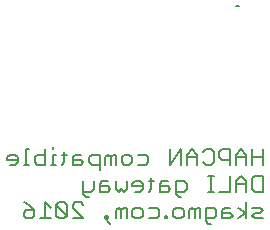
<source format=gbo>
G75*
%MOIN*%
%OFA0B0*%
%FSLAX25Y25*%
%IPPOS*%
%LPD*%
%AMOC8*
5,1,8,0,0,1.08239X$1,22.5*
%
%ADD10C,0.00800*%
%ADD11C,0.00600*%
D10*
X0332828Y0095665D02*
X0333828Y0095665D01*
D11*
X0260077Y0044468D02*
X0256537Y0044468D01*
X0256537Y0045353D01*
X0257422Y0046238D01*
X0259192Y0046238D01*
X0260077Y0045353D01*
X0260077Y0043583D01*
X0259192Y0042698D01*
X0257422Y0042698D01*
X0261932Y0042698D02*
X0263702Y0042698D01*
X0262817Y0042698D02*
X0262817Y0048008D01*
X0263702Y0048008D01*
X0265600Y0045353D02*
X0266485Y0046238D01*
X0269140Y0046238D01*
X0269140Y0048008D02*
X0269140Y0042698D01*
X0266485Y0042698D01*
X0265600Y0043583D01*
X0265600Y0045353D01*
X0271880Y0046238D02*
X0271880Y0042698D01*
X0272765Y0042698D02*
X0270995Y0042698D01*
X0274620Y0042698D02*
X0275505Y0043583D01*
X0275505Y0047123D01*
X0276390Y0046238D02*
X0274620Y0046238D01*
X0272765Y0046238D02*
X0271880Y0046238D01*
X0271880Y0048008D02*
X0271880Y0048893D01*
X0278288Y0045353D02*
X0278288Y0042698D01*
X0280943Y0042698D01*
X0281828Y0043583D01*
X0280943Y0044468D01*
X0278288Y0044468D01*
X0278288Y0045353D02*
X0279173Y0046238D01*
X0280943Y0046238D01*
X0283725Y0045353D02*
X0283725Y0043583D01*
X0284610Y0042698D01*
X0287265Y0042698D01*
X0287265Y0040928D02*
X0287265Y0046238D01*
X0284610Y0046238D01*
X0283725Y0045353D01*
X0289163Y0045353D02*
X0289163Y0042698D01*
X0290933Y0042698D02*
X0290933Y0045353D01*
X0290048Y0046238D01*
X0289163Y0045353D01*
X0290933Y0045353D02*
X0291818Y0046238D01*
X0292703Y0046238D01*
X0292703Y0042698D01*
X0294601Y0043583D02*
X0294601Y0045353D01*
X0295486Y0046238D01*
X0297256Y0046238D01*
X0298141Y0045353D01*
X0298141Y0043583D01*
X0297256Y0042698D01*
X0295486Y0042698D01*
X0294601Y0043583D01*
X0300039Y0042698D02*
X0302694Y0042698D01*
X0303579Y0043583D01*
X0303579Y0045353D01*
X0302694Y0046238D01*
X0300039Y0046238D01*
X0310914Y0048008D02*
X0310914Y0042698D01*
X0314454Y0048008D01*
X0314454Y0042698D01*
X0316352Y0042698D02*
X0316352Y0046238D01*
X0318122Y0048008D01*
X0319892Y0046238D01*
X0319892Y0042698D01*
X0321789Y0043583D02*
X0322674Y0042698D01*
X0324444Y0042698D01*
X0325329Y0043583D01*
X0325329Y0047123D01*
X0324444Y0048008D01*
X0322674Y0048008D01*
X0321789Y0047123D01*
X0319892Y0045353D02*
X0316352Y0045353D01*
X0327227Y0045353D02*
X0328112Y0044468D01*
X0330767Y0044468D01*
X0330767Y0042698D02*
X0330767Y0048008D01*
X0328112Y0048008D01*
X0327227Y0047123D01*
X0327227Y0045353D01*
X0332665Y0045353D02*
X0336205Y0045353D01*
X0336205Y0046238D02*
X0334435Y0048008D01*
X0332665Y0046238D01*
X0332665Y0042698D01*
X0336205Y0042698D02*
X0336205Y0046238D01*
X0338102Y0045353D02*
X0341643Y0045353D01*
X0341643Y0042698D02*
X0341643Y0048008D01*
X0338102Y0048008D02*
X0338102Y0042698D01*
X0338988Y0039149D02*
X0341643Y0039149D01*
X0341643Y0033839D01*
X0338988Y0033839D01*
X0338102Y0034724D01*
X0338102Y0038264D01*
X0338988Y0039149D01*
X0336205Y0037379D02*
X0334435Y0039149D01*
X0332665Y0037379D01*
X0332665Y0033839D01*
X0330767Y0033839D02*
X0327227Y0033839D01*
X0325329Y0033839D02*
X0323559Y0033839D01*
X0324444Y0033839D02*
X0324444Y0039149D01*
X0325329Y0039149D02*
X0323559Y0039149D01*
X0330767Y0039149D02*
X0330767Y0033839D01*
X0336205Y0033839D02*
X0336205Y0037379D01*
X0336205Y0036494D02*
X0332665Y0036494D01*
X0336205Y0030291D02*
X0336205Y0024981D01*
X0336205Y0026751D02*
X0333550Y0024981D01*
X0331673Y0025866D02*
X0330788Y0026751D01*
X0328133Y0026751D01*
X0328133Y0027636D02*
X0328133Y0024981D01*
X0330788Y0024981D01*
X0331673Y0025866D01*
X0333550Y0028521D02*
X0336205Y0026751D01*
X0338102Y0025866D02*
X0338988Y0026751D01*
X0340758Y0026751D01*
X0341643Y0027636D01*
X0340758Y0028521D01*
X0338102Y0028521D01*
X0338102Y0025866D02*
X0338988Y0024981D01*
X0341643Y0024981D01*
X0330788Y0028521D02*
X0329018Y0028521D01*
X0328133Y0027636D01*
X0326236Y0027636D02*
X0326236Y0025866D01*
X0325351Y0024981D01*
X0322696Y0024981D01*
X0322696Y0024096D02*
X0322696Y0028521D01*
X0325351Y0028521D01*
X0326236Y0027636D01*
X0322696Y0024096D02*
X0323581Y0023211D01*
X0324466Y0023211D01*
X0320798Y0024981D02*
X0320798Y0028521D01*
X0319913Y0028521D01*
X0319028Y0027636D01*
X0318143Y0028521D01*
X0317258Y0027636D01*
X0317258Y0024981D01*
X0319028Y0024981D02*
X0319028Y0027636D01*
X0315360Y0027636D02*
X0315360Y0025866D01*
X0314475Y0024981D01*
X0312705Y0024981D01*
X0311820Y0025866D01*
X0311820Y0027636D01*
X0312705Y0028521D01*
X0314475Y0028521D01*
X0315360Y0027636D01*
X0309923Y0025866D02*
X0309038Y0025866D01*
X0309038Y0024981D01*
X0309923Y0024981D01*
X0309923Y0025866D01*
X0307204Y0025866D02*
X0306319Y0024981D01*
X0303664Y0024981D01*
X0301766Y0025866D02*
X0301766Y0027636D01*
X0300881Y0028521D01*
X0299111Y0028521D01*
X0298226Y0027636D01*
X0298226Y0025866D01*
X0299111Y0024981D01*
X0300881Y0024981D01*
X0301766Y0025866D01*
X0296328Y0024981D02*
X0296328Y0028521D01*
X0295443Y0028521D01*
X0294558Y0027636D01*
X0293673Y0028521D01*
X0292788Y0027636D01*
X0292788Y0024981D01*
X0294558Y0024981D02*
X0294558Y0027636D01*
X0290006Y0025866D02*
X0290006Y0024981D01*
X0289121Y0024981D01*
X0289121Y0025866D01*
X0290006Y0025866D01*
X0289121Y0024981D02*
X0290891Y0023211D01*
X0281828Y0024981D02*
X0278288Y0028521D01*
X0278288Y0029406D01*
X0279173Y0030291D01*
X0280943Y0030291D01*
X0281828Y0029406D01*
X0282798Y0032069D02*
X0283683Y0032069D01*
X0282798Y0032069D02*
X0281913Y0032954D01*
X0281913Y0037379D01*
X0285453Y0037379D02*
X0285453Y0034724D01*
X0284568Y0033839D01*
X0281913Y0033839D01*
X0287351Y0033839D02*
X0290006Y0033839D01*
X0290891Y0034724D01*
X0290006Y0035609D01*
X0287351Y0035609D01*
X0287351Y0036494D02*
X0287351Y0033839D01*
X0287351Y0036494D02*
X0288236Y0037379D01*
X0290006Y0037379D01*
X0292788Y0037379D02*
X0292788Y0034724D01*
X0293673Y0033839D01*
X0294558Y0034724D01*
X0295443Y0033839D01*
X0296328Y0034724D01*
X0296328Y0037379D01*
X0298226Y0036494D02*
X0299111Y0037379D01*
X0300881Y0037379D01*
X0301766Y0036494D01*
X0301766Y0034724D01*
X0300881Y0033839D01*
X0299111Y0033839D01*
X0298226Y0035609D02*
X0301766Y0035609D01*
X0303621Y0033839D02*
X0304506Y0034724D01*
X0304506Y0038264D01*
X0305391Y0037379D02*
X0303621Y0037379D01*
X0307289Y0036494D02*
X0307289Y0033839D01*
X0309944Y0033839D01*
X0310829Y0034724D01*
X0309944Y0035609D01*
X0307289Y0035609D01*
X0307289Y0036494D02*
X0308174Y0037379D01*
X0309944Y0037379D01*
X0312727Y0037379D02*
X0315382Y0037379D01*
X0316267Y0036494D01*
X0316267Y0034724D01*
X0315382Y0033839D01*
X0312727Y0033839D01*
X0312727Y0032954D02*
X0312727Y0037379D01*
X0312727Y0032954D02*
X0313612Y0032069D01*
X0314497Y0032069D01*
X0307204Y0027636D02*
X0307204Y0025866D01*
X0307204Y0027636D02*
X0306319Y0028521D01*
X0303664Y0028521D01*
X0298226Y0035609D02*
X0298226Y0036494D01*
X0276390Y0029406D02*
X0275505Y0030291D01*
X0273735Y0030291D01*
X0272850Y0029406D01*
X0276390Y0025866D01*
X0275505Y0024981D01*
X0273735Y0024981D01*
X0272850Y0025866D01*
X0272850Y0029406D01*
X0270952Y0028521D02*
X0269182Y0030291D01*
X0269182Y0024981D01*
X0270952Y0024981D02*
X0267412Y0024981D01*
X0265515Y0025866D02*
X0264630Y0024981D01*
X0262860Y0024981D01*
X0261975Y0025866D01*
X0261975Y0026751D01*
X0262860Y0027636D01*
X0265515Y0027636D01*
X0265515Y0025866D01*
X0265515Y0027636D02*
X0263745Y0029406D01*
X0261975Y0030291D01*
X0276390Y0029406D02*
X0276390Y0025866D01*
X0278288Y0024981D02*
X0281828Y0024981D01*
M02*

</source>
